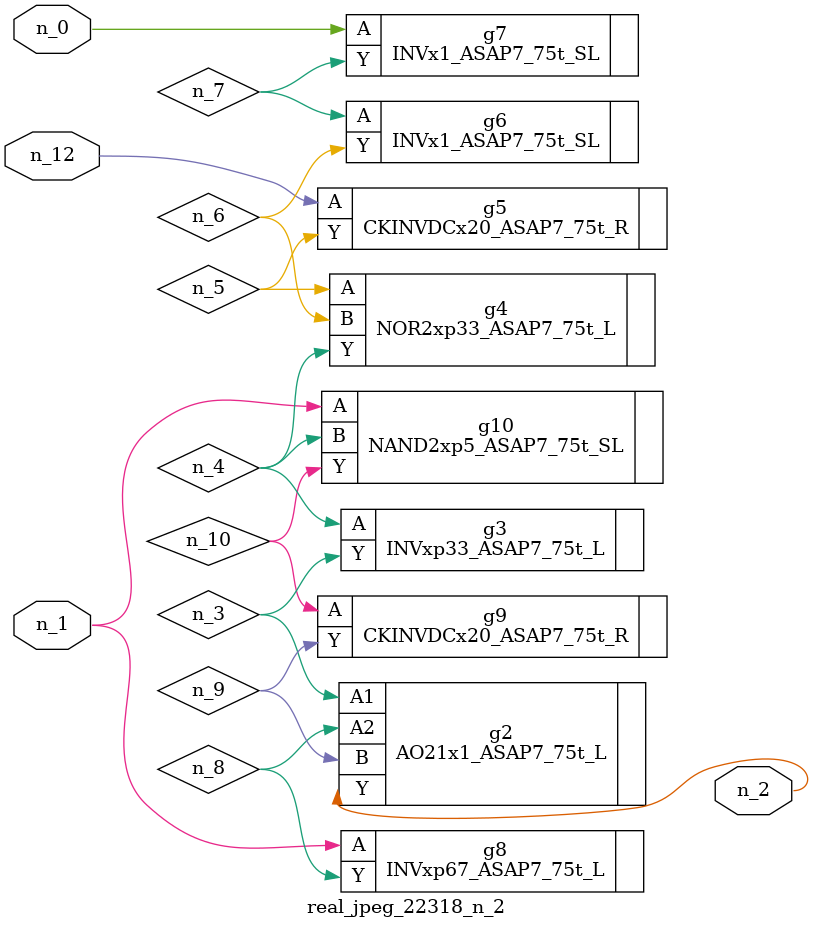
<source format=v>
module real_jpeg_22318_n_2 (n_12, n_1, n_0, n_2);

input n_12;
input n_1;
input n_0;

output n_2;

wire n_5;
wire n_8;
wire n_4;
wire n_6;
wire n_7;
wire n_3;
wire n_10;
wire n_9;

INVx1_ASAP7_75t_SL g7 ( 
.A(n_0),
.Y(n_7)
);

INVxp67_ASAP7_75t_L g8 ( 
.A(n_1),
.Y(n_8)
);

NAND2xp5_ASAP7_75t_SL g10 ( 
.A(n_1),
.B(n_4),
.Y(n_10)
);

AO21x1_ASAP7_75t_L g2 ( 
.A1(n_3),
.A2(n_8),
.B(n_9),
.Y(n_2)
);

INVxp33_ASAP7_75t_L g3 ( 
.A(n_4),
.Y(n_3)
);

NOR2xp33_ASAP7_75t_L g4 ( 
.A(n_5),
.B(n_6),
.Y(n_4)
);

INVx1_ASAP7_75t_SL g6 ( 
.A(n_7),
.Y(n_6)
);

CKINVDCx20_ASAP7_75t_R g9 ( 
.A(n_10),
.Y(n_9)
);

CKINVDCx20_ASAP7_75t_R g5 ( 
.A(n_12),
.Y(n_5)
);


endmodule
</source>
